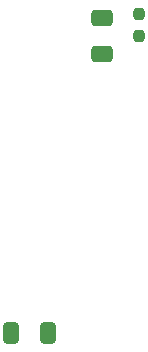
<source format=gbp>
G04 #@! TF.GenerationSoftware,KiCad,Pcbnew,7.0.8*
G04 #@! TF.CreationDate,2024-01-13T09:50:40-08:00*
G04 #@! TF.ProjectId,ph-sensor,70682d73-656e-4736-9f72-2e6b69636164,rev?*
G04 #@! TF.SameCoordinates,Original*
G04 #@! TF.FileFunction,Paste,Bot*
G04 #@! TF.FilePolarity,Positive*
%FSLAX46Y46*%
G04 Gerber Fmt 4.6, Leading zero omitted, Abs format (unit mm)*
G04 Created by KiCad (PCBNEW 7.0.8) date 2024-01-13 09:50:40*
%MOMM*%
%LPD*%
G01*
G04 APERTURE LIST*
G04 Aperture macros list*
%AMRoundRect*
0 Rectangle with rounded corners*
0 $1 Rounding radius*
0 $2 $3 $4 $5 $6 $7 $8 $9 X,Y pos of 4 corners*
0 Add a 4 corners polygon primitive as box body*
4,1,4,$2,$3,$4,$5,$6,$7,$8,$9,$2,$3,0*
0 Add four circle primitives for the rounded corners*
1,1,$1+$1,$2,$3*
1,1,$1+$1,$4,$5*
1,1,$1+$1,$6,$7*
1,1,$1+$1,$8,$9*
0 Add four rect primitives between the rounded corners*
20,1,$1+$1,$2,$3,$4,$5,0*
20,1,$1+$1,$4,$5,$6,$7,0*
20,1,$1+$1,$6,$7,$8,$9,0*
20,1,$1+$1,$8,$9,$2,$3,0*%
G04 Aperture macros list end*
%ADD10RoundRect,0.237500X0.237500X-0.250000X0.237500X0.250000X-0.237500X0.250000X-0.237500X-0.250000X0*%
%ADD11RoundRect,0.250000X-0.412500X-0.650000X0.412500X-0.650000X0.412500X0.650000X-0.412500X0.650000X0*%
%ADD12RoundRect,0.250000X0.650000X-0.412500X0.650000X0.412500X-0.650000X0.412500X-0.650000X-0.412500X0*%
G04 APERTURE END LIST*
D10*
X125095000Y-69850000D03*
X125095000Y-68025000D03*
D11*
X114261500Y-94996000D03*
X117386500Y-94996000D03*
D12*
X121920000Y-71412500D03*
X121920000Y-68287500D03*
M02*

</source>
